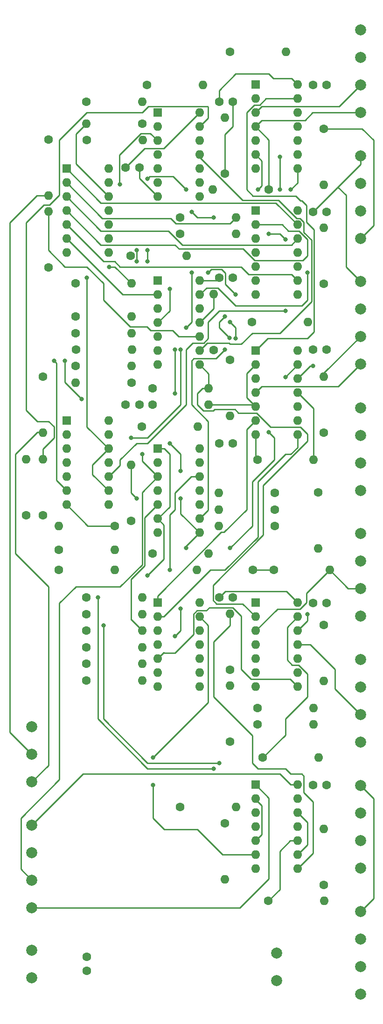
<source format=gbr>
%TF.GenerationSoftware,KiCad,Pcbnew,(6.0.8)*%
%TF.CreationDate,2022-11-05T23:26:06+09:00*%
%TF.ProjectId,CIRCUITOS,43495243-5549-4544-9f53-2e6b69636164,rev?*%
%TF.SameCoordinates,Original*%
%TF.FileFunction,Copper,L2,Bot*%
%TF.FilePolarity,Positive*%
%FSLAX46Y46*%
G04 Gerber Fmt 4.6, Leading zero omitted, Abs format (unit mm)*
G04 Created by KiCad (PCBNEW (6.0.8)) date 2022-11-05 23:26:06*
%MOMM*%
%LPD*%
G01*
G04 APERTURE LIST*
%TA.AperFunction,ComponentPad*%
%ADD10C,1.600000*%
%TD*%
%TA.AperFunction,ComponentPad*%
%ADD11O,1.600000X1.600000*%
%TD*%
%TA.AperFunction,ComponentPad*%
%ADD12R,1.600000X1.600000*%
%TD*%
%TA.AperFunction,ComponentPad*%
%ADD13C,2.000000*%
%TD*%
%TA.AperFunction,ViaPad*%
%ADD14C,0.800000*%
%TD*%
%TA.AperFunction,Conductor*%
%ADD15C,0.250000*%
%TD*%
G04 APERTURE END LIST*
D10*
%TO.P,R90,1*%
%TO.N,GND*%
X129920000Y-113000000D03*
D11*
%TO.P,R90,2*%
%TO.N,XO_B_in_A*%
X140080000Y-113000000D03*
%TD*%
D10*
%TO.P,R89,1*%
%TO.N,GND*%
X117920000Y-127000000D03*
D11*
%TO.P,R89,2*%
%TO.N,XO_B_in_B*%
X128080000Y-127000000D03*
%TD*%
D10*
%TO.P,R87,1*%
%TO.N,GND*%
X152080000Y-102000000D03*
D11*
%TO.P,R87,2*%
%TO.N,XO_A_in_B*%
X141920000Y-102000000D03*
%TD*%
D10*
%TO.P,R86,1*%
%TO.N,GND*%
X112920000Y-116000000D03*
D11*
%TO.P,R86,2*%
%TO.N,XO_A_in_A*%
X123080000Y-116000000D03*
%TD*%
D10*
%TO.P,R85,1*%
%TO.N,GND*%
X152080000Y-108000000D03*
D11*
%TO.P,R85,2*%
%TO.N,RX_MJ1*%
X141920000Y-108000000D03*
%TD*%
D10*
%TO.P,R84,1*%
%TO.N,GND*%
X152080000Y-105000000D03*
D11*
%TO.P,R84,2*%
%TO.N,RX_MJ0*%
X141920000Y-105000000D03*
%TD*%
D10*
%TO.P,R83,1*%
%TO.N,GND*%
X117840000Y-136000000D03*
D11*
%TO.P,R83,2*%
%TO.N,XO_C_in_A*%
X128000000Y-136000000D03*
%TD*%
D10*
%TO.P,R82,1*%
%TO.N,GND*%
X144000000Y-147080000D03*
D11*
%TO.P,R82,2*%
%TO.N,XO_C_in_B*%
X144000000Y-136920000D03*
%TD*%
D10*
%TO.P,R81,1*%
%TO.N,GND*%
X117920000Y-130000000D03*
D11*
%TO.P,R81,2*%
%TO.N,RX_MJ4*%
X128080000Y-130000000D03*
%TD*%
D10*
%TO.P,R80,1*%
%TO.N,GND*%
X117920000Y-133000000D03*
D11*
%TO.P,R80,2*%
%TO.N,RX_MJ5*%
X128080000Y-133000000D03*
%TD*%
D10*
%TO.P,R79,1*%
%TO.N,GND*%
X117840000Y-124000000D03*
D11*
%TO.P,R79,2*%
%TO.N,RX_MJ3*%
X128000000Y-124000000D03*
%TD*%
D10*
%TO.P,R78,1*%
%TO.N,GND*%
X117920000Y-121000000D03*
D11*
%TO.P,R78,2*%
%TO.N,RX_MJ2*%
X128080000Y-121000000D03*
%TD*%
D10*
%TO.P,R77,1*%
%TO.N,GND*%
X148080000Y-116000000D03*
D11*
%TO.P,R77,2*%
%TO.N,RX_MJ6*%
X137920000Y-116000000D03*
%TD*%
D10*
%TO.P,R76,1*%
%TO.N,GND*%
X144000000Y-134080000D03*
D11*
%TO.P,R76,2*%
%TO.N,RX_MJ7*%
X144000000Y-123920000D03*
%TD*%
D10*
%TO.P,R69,1*%
%TO.N,GND*%
X123080000Y-108000000D03*
D11*
%TO.P,R69,2*%
%TO.N,AND_J_out*%
X112920000Y-108000000D03*
%TD*%
D10*
%TO.P,R67,1*%
%TO.N,GND*%
X118000000Y-38000000D03*
D11*
%TO.P,R67,2*%
%TO.N,XO_I_in_A*%
X128160000Y-38000000D03*
%TD*%
D10*
%TO.P,R64,1*%
%TO.N,GND*%
X117920000Y-31000000D03*
D11*
%TO.P,R64,2*%
%TO.N,XO_H_in_A*%
X128080000Y-31000000D03*
%TD*%
D10*
%TO.P,R62,1*%
%TO.N,GND*%
X128920000Y-28000000D03*
D11*
%TO.P,R62,2*%
%TO.N,XO_J_in_B*%
X139080000Y-28000000D03*
%TD*%
D10*
%TO.P,R61,1*%
%TO.N,GND*%
X126080000Y-82000000D03*
D11*
%TO.P,R61,2*%
%TO.N,A*%
X115920000Y-82000000D03*
%TD*%
D10*
%TO.P,R60,1*%
%TO.N,GND*%
X111000000Y-37920000D03*
D11*
%TO.P,R60,2*%
%TO.N,AND_C_in_B*%
X111000000Y-48080000D03*
%TD*%
D10*
%TO.P,R59,1*%
%TO.N,GND*%
X110000000Y-80920000D03*
D11*
%TO.P,R59,2*%
%TO.N,AND_D_in_B*%
X110000000Y-91080000D03*
%TD*%
D10*
%TO.P,R54,1*%
%TO.N,GND*%
X110000000Y-106080000D03*
D11*
%TO.P,R54,2*%
%TO.N,AND_I_out*%
X110000000Y-95920000D03*
%TD*%
D10*
%TO.P,R53,1*%
%TO.N,GND*%
X107000000Y-106080000D03*
D11*
%TO.P,R53,2*%
%TO.N,AND_D_out*%
X107000000Y-95920000D03*
%TD*%
D10*
%TO.P,R52,1*%
%TO.N,GND*%
X128080000Y-35000000D03*
D11*
%TO.P,R52,2*%
%TO.N,AND_K_in_B*%
X117920000Y-35000000D03*
%TD*%
D10*
%TO.P,R49,1*%
%TO.N,GND*%
X115920000Y-64000000D03*
D11*
%TO.P,R49,2*%
%TO.N,AND_E_in_A*%
X126080000Y-64000000D03*
%TD*%
D10*
%TO.P,R48,1*%
%TO.N,GND*%
X125920000Y-59000000D03*
D11*
%TO.P,R48,2*%
%TO.N,AND_C_out*%
X136080000Y-59000000D03*
%TD*%
D10*
%TO.P,R46,1*%
%TO.N,GND*%
X115920000Y-73000000D03*
D11*
%TO.P,R46,2*%
%TO.N,AND_F_in_A*%
X126080000Y-73000000D03*
%TD*%
D10*
%TO.P,R45,1*%
%TO.N,GND*%
X116000000Y-76000000D03*
D11*
%TO.P,R45,2*%
%TO.N,AND_B_in_B*%
X126160000Y-76000000D03*
%TD*%
D10*
%TO.P,R44,1*%
%TO.N,GND*%
X115920000Y-79000000D03*
D11*
%TO.P,R44,2*%
%TO.N,AND_H_in_B*%
X126080000Y-79000000D03*
%TD*%
D10*
%TO.P,R43,1*%
%TO.N,GND*%
X111000000Y-61080000D03*
D11*
%TO.P,R43,2*%
%TO.N,AND_A_in_B*%
X111000000Y-50920000D03*
%TD*%
D10*
%TO.P,R41,1*%
%TO.N,GND*%
X134920000Y-52000000D03*
D11*
%TO.P,R41,2*%
%TO.N,AND_A_in_A*%
X145080000Y-52000000D03*
%TD*%
D10*
%TO.P,R38,1*%
%TO.N,GND*%
X134920000Y-55000000D03*
D11*
%TO.P,R38,2*%
%TO.N,AND_A_out*%
X145080000Y-55000000D03*
%TD*%
D10*
%TO.P,R34,1*%
%TO.N,GND*%
X134920000Y-159000000D03*
D11*
%TO.P,R34,2*%
%TO.N,J6_RX*%
X145080000Y-159000000D03*
%TD*%
D10*
%TO.P,R33,1*%
%TO.N,GND*%
X112920000Y-112320000D03*
D11*
%TO.P,R33,2*%
%TO.N,AND_M_out*%
X123080000Y-112320000D03*
%TD*%
D10*
%TO.P,R31,1*%
%TO.N,GND*%
X161000000Y-173080000D03*
D11*
%TO.P,R31,2*%
%TO.N,J7_RX*%
X161000000Y-162920000D03*
%TD*%
D10*
%TO.P,R30,1*%
%TO.N,J6_TX*%
X143000000Y-161920000D03*
D11*
%TO.P,R30,2*%
%TO.N,GND*%
X143000000Y-172080000D03*
%TD*%
D10*
%TO.P,R27,1*%
%TO.N,J7_TX*%
X150920000Y-176000000D03*
D11*
%TO.P,R27,2*%
%TO.N,GND*%
X161080000Y-176000000D03*
%TD*%
D10*
%TO.P,R26,1*%
%TO.N,GND*%
X151920000Y-116000000D03*
D11*
%TO.P,R26,2*%
%TO.N,J4_RX*%
X162080000Y-116000000D03*
%TD*%
D10*
%TO.P,R25,1*%
%TO.N,GND*%
X129920000Y-83000000D03*
D11*
%TO.P,R25,2*%
%TO.N,AND_H_out*%
X140080000Y-83000000D03*
%TD*%
D10*
%TO.P,R24,1*%
%TO.N,GND*%
X126000000Y-107080000D03*
D11*
%TO.P,R24,2*%
%TO.N,AND_K_out*%
X126000000Y-96920000D03*
%TD*%
D10*
%TO.P,R23,1*%
%TO.N,GND*%
X148920000Y-144000000D03*
D11*
%TO.P,R23,2*%
%TO.N,J5_RX*%
X159080000Y-144000000D03*
%TD*%
D10*
%TO.P,R22,1*%
%TO.N,J4_TX*%
X161000000Y-125920000D03*
D11*
%TO.P,R22,2*%
%TO.N,GND*%
X161000000Y-136080000D03*
%TD*%
D10*
%TO.P,R19,1*%
%TO.N,J5_TX*%
X148920000Y-141000000D03*
D11*
%TO.P,R19,2*%
%TO.N,GND*%
X159080000Y-141000000D03*
%TD*%
D10*
%TO.P,R18,1*%
%TO.N,GND*%
X161000000Y-91080000D03*
D11*
%TO.P,R18,2*%
%TO.N,J2_RX*%
X161000000Y-80920000D03*
%TD*%
D10*
%TO.P,R17,1*%
%TO.N,GND*%
X129920000Y-86000000D03*
D11*
%TO.P,R17,2*%
%TO.N,AND_F_out*%
X140080000Y-86000000D03*
%TD*%
D10*
%TO.P,R16,1*%
%TO.N,GND*%
X141000000Y-76080000D03*
D11*
%TO.P,R16,2*%
%TO.N,AND_G_out*%
X141000000Y-65920000D03*
%TD*%
D10*
%TO.P,R15,1*%
%TO.N,GND*%
X148920000Y-96000000D03*
D11*
%TO.P,R15,2*%
%TO.N,J3_RX*%
X159080000Y-96000000D03*
%TD*%
D10*
%TO.P,R14,1*%
%TO.N,J2_TX*%
X144000000Y-77840000D03*
D11*
%TO.P,R14,2*%
%TO.N,GND*%
X144000000Y-88000000D03*
%TD*%
D10*
%TO.P,R11,1*%
%TO.N,J3_TX*%
X160000000Y-101920000D03*
D11*
%TO.P,R11,2*%
%TO.N,GND*%
X160000000Y-112080000D03*
%TD*%
D10*
%TO.P,R10,1*%
%TO.N,GND*%
X143000000Y-44080000D03*
D11*
%TO.P,R10,2*%
%TO.N,J0_RX*%
X143000000Y-33920000D03*
%TD*%
D10*
%TO.P,R9,1*%
%TO.N,GND*%
X143920000Y-22000000D03*
D11*
%TO.P,R9,2*%
%TO.N,AND_B_out*%
X154080000Y-22000000D03*
%TD*%
D10*
%TO.P,R8,1*%
%TO.N,GND*%
X115920000Y-70000000D03*
D11*
%TO.P,R8,2*%
%TO.N,AND_E_out*%
X126080000Y-70000000D03*
%TD*%
D10*
%TO.P,R7,1*%
%TO.N,GND*%
X161000000Y-64080000D03*
D11*
%TO.P,R7,2*%
%TO.N,J1_RX*%
X161000000Y-53920000D03*
%TD*%
D10*
%TO.P,R6,1*%
%TO.N,J0_TX*%
X151000000Y-47000000D03*
D11*
%TO.P,R6,2*%
%TO.N,GND*%
X140840000Y-47000000D03*
%TD*%
D10*
%TO.P,R3,1*%
%TO.N,J1_TX*%
X161000000Y-35920000D03*
D11*
%TO.P,R3,2*%
%TO.N,GND*%
X161000000Y-46080000D03*
%TD*%
D10*
%TO.P,R2,1*%
%TO.N,To_RX*%
X127920000Y-90000000D03*
D11*
%TO.P,R2,2*%
%TO.N,GND*%
X138080000Y-90000000D03*
%TD*%
D10*
%TO.P,R1,1*%
%TO.N,TX_master*%
X149920000Y-150000000D03*
D11*
%TO.P,R1,2*%
%TO.N,GND*%
X160080000Y-150000000D03*
%TD*%
D10*
%TO.P,R58,1*%
%TO.N,GND*%
X147920000Y-71000000D03*
D11*
%TO.P,R58,2*%
%TO.N,AND_D_in_B*%
X158080000Y-71000000D03*
%TD*%
D12*
%TO.P,PXor3,1,1_Ia*%
%TO.N,XO_A_in_A*%
X130820000Y-93980000D03*
D11*
%TO.P,PXor3,2,1_Ib*%
%TO.N,XO_A_in_B*%
X130820000Y-96520000D03*
%TO.P,PXor3,3,1_O*%
%TO.N,To_RX*%
X130820000Y-99060000D03*
%TO.P,PXor3,4,2_Ia*%
%TO.N,XO_B_in_A*%
X130820000Y-101600000D03*
%TO.P,PXor3,5,2_Ib*%
%TO.N,XO_B_in_B*%
X130820000Y-104140000D03*
%TO.P,PXor3,6,2_O*%
%TO.N,XO_A_in_A*%
X130820000Y-106680000D03*
%TO.P,PXor3,7,GND*%
%TO.N,GND*%
X130820000Y-109220000D03*
%TO.P,PXor3,8,4_O*%
%TO.N,XO_B_in_A*%
X138440000Y-109220000D03*
%TO.P,PXor3,9,4_lb*%
%TO.N,RX_MJ1*%
X138440000Y-106680000D03*
%TO.P,PXor3,10,4_Ia*%
%TO.N,RX_MJ0*%
X138440000Y-104140000D03*
%TO.P,PXor3,11,3_O*%
%TO.N,XO_A_in_B*%
X138440000Y-101600000D03*
%TO.P,PXor3,12,3_lb*%
%TO.N,XO_C_in_B*%
X138440000Y-99060000D03*
%TO.P,PXor3,13,3_Ia*%
%TO.N,XO_C_in_A*%
X138440000Y-96520000D03*
%TO.P,PXor3,14,VCC*%
%TO.N,VCC_SERIAL*%
X138440000Y-93980000D03*
%TD*%
D12*
%TO.P,PXor2,1,1_Ia*%
%TO.N,RX_MJ2*%
X130820000Y-121920000D03*
D11*
%TO.P,PXor2,2,1_Ib*%
%TO.N,RX_MJ3*%
X130820000Y-124460000D03*
%TO.P,PXor2,3,1_O*%
%TO.N,XO_B_in_B*%
X130820000Y-127000000D03*
%TO.P,PXor2,4,2_Ia*%
%TO.N,RX_MJ4*%
X130820000Y-129540000D03*
%TO.P,PXor2,5,2_Ib*%
%TO.N,RX_MJ5*%
X130820000Y-132080000D03*
%TO.P,PXor2,6,2_O*%
%TO.N,XO_C_in_A*%
X130820000Y-134620000D03*
%TO.P,PXor2,7,GND*%
%TO.N,GND*%
X130820000Y-137160000D03*
%TO.P,PXor2,8,4_O*%
%TO.N,unconnected-(PXor2-Pad8)*%
X138440000Y-137160000D03*
%TO.P,PXor2,9,4_lb*%
%TO.N,unconnected-(PXor2-Pad9)*%
X138440000Y-134620000D03*
%TO.P,PXor2,10,4_Ia*%
%TO.N,unconnected-(PXor2-Pad10)*%
X138440000Y-132080000D03*
%TO.P,PXor2,11,3_O*%
%TO.N,XO_C_in_B*%
X138440000Y-129540000D03*
%TO.P,PXor2,12,3_lb*%
%TO.N,RX_MJ7*%
X138440000Y-127000000D03*
%TO.P,PXor2,13,3_Ia*%
%TO.N,RX_MJ6*%
X138440000Y-124460000D03*
%TO.P,PXor2,14,VCC*%
%TO.N,VCC_SERIAL*%
X138440000Y-121920000D03*
%TD*%
D12*
%TO.P,PXor1,1,1_Ia*%
%TO.N,XO_H_in_A*%
X130820000Y-33015000D03*
D11*
%TO.P,PXor1,2,1_Ib*%
%TO.N,AND_C_out*%
X130820000Y-35555000D03*
%TO.P,PXor1,3,1_O*%
%TO.N,AND_E_in_A*%
X130820000Y-38095000D03*
%TO.P,PXor1,4,2_Ia*%
%TO.N,XO_I_in_A*%
X130820000Y-40635000D03*
%TO.P,PXor1,5,2_Ib*%
%TO.N,AND_C_out*%
X130820000Y-43175000D03*
%TO.P,PXor1,6,2_O*%
%TO.N,AND_F_in_A*%
X130820000Y-45715000D03*
%TO.P,PXor1,7,GND*%
%TO.N,GND*%
X130820000Y-48255000D03*
%TO.P,PXor1,8,4_O*%
%TO.N,unconnected-(PXor1-Pad8)*%
X138440000Y-48255000D03*
%TO.P,PXor1,9,4_lb*%
%TO.N,unconnected-(PXor1-Pad9)*%
X138440000Y-45715000D03*
%TO.P,PXor1,10,4_Ia*%
%TO.N,unconnected-(PXor1-Pad10)*%
X138440000Y-43175000D03*
%TO.P,PXor1,11,3_O*%
%TO.N,AND_H_in_B*%
X138440000Y-40635000D03*
%TO.P,PXor1,12,3_lb*%
%TO.N,XO_J_in_B*%
X138440000Y-38095000D03*
%TO.P,PXor1,13,3_Ia*%
%TO.N,AND_I_out*%
X138440000Y-35555000D03*
%TO.P,PXor1,14,VCC*%
%TO.N,VCC_SERIAL*%
X138440000Y-33015000D03*
%TD*%
%TO.P,PAND7,14,VCC*%
%TO.N,VCC_SERIAL*%
X156220000Y-154935000D03*
%TO.P,PAND7,13,3_Ia*%
%TO.N,TX_master*%
X156220000Y-157475000D03*
%TO.P,PAND7,12,3_lb*%
%TO.N,AND_J_out*%
X156220000Y-160015000D03*
%TO.P,PAND7,11,3_O*%
%TO.N,J7_RX*%
X156220000Y-162555000D03*
%TO.P,PAND7,10,4_Ia*%
%TO.N,J7_TX*%
X156220000Y-165095000D03*
%TO.P,PAND7,9,4_lb*%
%TO.N,AND_J_out*%
X156220000Y-167635000D03*
%TO.P,PAND7,8,4_O*%
%TO.N,RX_MJ7*%
X156220000Y-170175000D03*
%TO.P,PAND7,7,GND*%
%TO.N,GND*%
X148600000Y-170175000D03*
%TO.P,PAND7,6,2_O*%
%TO.N,RX_MJ6*%
X148600000Y-167635000D03*
%TO.P,PAND7,5,2_Ib*%
%TO.N,AND_M_out*%
X148600000Y-165095000D03*
%TO.P,PAND7,4,2_Ia*%
%TO.N,J6_TX*%
X148600000Y-162555000D03*
%TO.P,PAND7,3,1_O*%
%TO.N,J6_RX*%
X148600000Y-160015000D03*
%TO.P,PAND7,2,1_Ib*%
%TO.N,AND_M_out*%
X148600000Y-157475000D03*
D12*
%TO.P,PAND7,1,1_Ia*%
%TO.N,TX_master*%
X148600000Y-154935000D03*
%TD*%
D11*
%TO.P,PAND6,14,VCC*%
%TO.N,VCC_SERIAL*%
X156220000Y-121915000D03*
%TO.P,PAND6,13,3_Ia*%
%TO.N,TX_master*%
X156220000Y-124455000D03*
%TO.P,PAND6,12,3_lb*%
%TO.N,AND_K_out*%
X156220000Y-126995000D03*
%TO.P,PAND6,11,3_O*%
%TO.N,J5_RX*%
X156220000Y-129535000D03*
%TO.P,PAND6,10,4_Ia*%
%TO.N,J5_TX*%
X156220000Y-132075000D03*
%TO.P,PAND6,9,4_lb*%
%TO.N,AND_K_out*%
X156220000Y-134615000D03*
%TO.P,PAND6,8,4_O*%
%TO.N,RX_MJ5*%
X156220000Y-137155000D03*
%TO.P,PAND6,7,GND*%
%TO.N,GND*%
X148600000Y-137155000D03*
%TO.P,PAND6,6,2_O*%
%TO.N,RX_MJ4*%
X148600000Y-134615000D03*
%TO.P,PAND6,5,2_Ib*%
%TO.N,AND_H_out*%
X148600000Y-132075000D03*
%TO.P,PAND6,4,2_Ia*%
%TO.N,J4_TX*%
X148600000Y-129535000D03*
%TO.P,PAND6,3,1_O*%
%TO.N,J4_RX*%
X148600000Y-126995000D03*
%TO.P,PAND6,2,1_Ib*%
%TO.N,AND_H_out*%
X148600000Y-124455000D03*
D12*
%TO.P,PAND6,1,1_Ia*%
%TO.N,TX_master*%
X148600000Y-121915000D03*
%TD*%
D11*
%TO.P,PAND5,14,VCC*%
%TO.N,VCC_SERIAL*%
X156220000Y-76200000D03*
%TO.P,PAND5,13,3_Ia*%
%TO.N,TX_master*%
X156220000Y-78740000D03*
%TO.P,PAND5,12,3_lb*%
%TO.N,AND_G_out*%
X156220000Y-81280000D03*
%TO.P,PAND5,11,3_O*%
%TO.N,J3_RX*%
X156220000Y-83820000D03*
%TO.P,PAND5,10,4_Ia*%
%TO.N,J3_TX*%
X156220000Y-86360000D03*
%TO.P,PAND5,9,4_lb*%
%TO.N,AND_G_out*%
X156220000Y-88900000D03*
%TO.P,PAND5,8,4_O*%
%TO.N,RX_MJ3*%
X156220000Y-91440000D03*
%TO.P,PAND5,7,GND*%
%TO.N,GND*%
X148600000Y-91440000D03*
%TO.P,PAND5,6,2_O*%
%TO.N,RX_MJ2*%
X148600000Y-88900000D03*
%TO.P,PAND5,5,2_Ib*%
%TO.N,AND_F_out*%
X148600000Y-86360000D03*
%TO.P,PAND5,4,2_Ia*%
%TO.N,J2_TX*%
X148600000Y-83820000D03*
%TO.P,PAND5,3,1_O*%
%TO.N,J2_RX*%
X148600000Y-81280000D03*
%TO.P,PAND5,2,1_Ib*%
%TO.N,AND_F_out*%
X148600000Y-78740000D03*
D12*
%TO.P,PAND5,1,1_Ia*%
%TO.N,TX_master*%
X148600000Y-76200000D03*
%TD*%
%TO.P,PAND4,1,1_Ia*%
%TO.N,TX_master*%
X148600000Y-27935000D03*
D11*
%TO.P,PAND4,2,1_Ib*%
%TO.N,AND_B_out*%
X148600000Y-30475000D03*
%TO.P,PAND4,3,1_O*%
%TO.N,J0_RX*%
X148600000Y-33015000D03*
%TO.P,PAND4,4,2_Ia*%
%TO.N,J0_TX*%
X148600000Y-35555000D03*
%TO.P,PAND4,5,2_Ib*%
%TO.N,AND_B_out*%
X148600000Y-38095000D03*
%TO.P,PAND4,6,2_O*%
%TO.N,RX_MJ0*%
X148600000Y-40635000D03*
%TO.P,PAND4,7,GND*%
%TO.N,GND*%
X148600000Y-43175000D03*
%TO.P,PAND4,8,4_O*%
%TO.N,RX_MJ1*%
X156220000Y-43175000D03*
%TO.P,PAND4,9,4_lb*%
%TO.N,AND_E_out*%
X156220000Y-40635000D03*
%TO.P,PAND4,10,4_Ia*%
%TO.N,J1_TX*%
X156220000Y-38095000D03*
%TO.P,PAND4,11,3_O*%
%TO.N,J1_RX*%
X156220000Y-35555000D03*
%TO.P,PAND4,12,3_lb*%
%TO.N,AND_E_out*%
X156220000Y-33015000D03*
%TO.P,PAND4,13,3_Ia*%
%TO.N,TX_master*%
X156220000Y-30475000D03*
%TO.P,PAND4,14,VCC*%
%TO.N,VCC_SERIAL*%
X156220000Y-27935000D03*
%TD*%
D12*
%TO.P,PAND3,1,1_Ia*%
%TO.N,A*%
X114300000Y-88895000D03*
D11*
%TO.P,PAND3,2,1_Ib*%
%TO.N,AND_D_in_B*%
X114300000Y-91435000D03*
%TO.P,PAND3,3,1_O*%
%TO.N,AND_I_out*%
X114300000Y-93975000D03*
%TO.P,PAND3,4,2_Ia*%
X114300000Y-96515000D03*
%TO.P,PAND3,5,2_Ib*%
%TO.N,AND_D_out*%
X114300000Y-99055000D03*
%TO.P,PAND3,6,2_O*%
%TO.N,AND_J_out*%
X114300000Y-101595000D03*
%TO.P,PAND3,7,GND*%
%TO.N,GND*%
X114300000Y-104135000D03*
%TO.P,PAND3,8,4_O*%
%TO.N,AND_M_out*%
X121920000Y-104135000D03*
%TO.P,PAND3,9,4_lb*%
%TO.N,AND_K_in_B*%
X121920000Y-101595000D03*
%TO.P,PAND3,10,4_Ia*%
%TO.N,AND_D_out*%
X121920000Y-99055000D03*
%TO.P,PAND3,11,3_O*%
%TO.N,AND_K_out*%
X121920000Y-96515000D03*
%TO.P,PAND3,12,3_lb*%
%TO.N,AND_K_in_B*%
X121920000Y-93975000D03*
%TO.P,PAND3,13,3_Ia*%
%TO.N,AND_I_out*%
X121920000Y-91435000D03*
%TO.P,PAND3,14,VCC*%
%TO.N,VCC_SERIAL*%
X121920000Y-88895000D03*
%TD*%
D12*
%TO.P,PAND2,1,1_Ia*%
%TO.N,AND_E_in_A*%
X130820000Y-63500000D03*
D11*
%TO.P,PAND2,2,1_Ib*%
%TO.N,AND_B_in_B*%
X130820000Y-66040000D03*
%TO.P,PAND2,3,1_O*%
%TO.N,AND_E_out*%
X130820000Y-68580000D03*
%TO.P,PAND2,4,2_Ia*%
%TO.N,AND_F_in_A*%
X130820000Y-71120000D03*
%TO.P,PAND2,5,2_Ib*%
%TO.N,AND_B_in_B*%
X130820000Y-73660000D03*
%TO.P,PAND2,6,2_O*%
%TO.N,AND_F_out*%
X130820000Y-76200000D03*
%TO.P,PAND2,7,GND*%
%TO.N,GND*%
X130820000Y-78740000D03*
%TO.P,PAND2,8,4_O*%
%TO.N,AND_H_out*%
X138440000Y-78740000D03*
%TO.P,PAND2,9,4_lb*%
%TO.N,AND_H_in_B*%
X138440000Y-76200000D03*
%TO.P,PAND2,10,4_Ia*%
%TO.N,AND_A_in_B*%
X138440000Y-73660000D03*
%TO.P,PAND2,11,3_O*%
%TO.N,AND_G_out*%
X138440000Y-71120000D03*
%TO.P,PAND2,12,3_lb*%
%TO.N,AND_B_in_B*%
X138440000Y-68580000D03*
%TO.P,PAND2,13,3_Ia*%
%TO.N,AND_C_out*%
X138440000Y-66040000D03*
%TO.P,PAND2,14,VCC*%
%TO.N,VCC_SERIAL*%
X138440000Y-63500000D03*
%TD*%
D12*
%TO.P,PAND1,1,1_Ia*%
%TO.N,AND_A_in_A*%
X148600000Y-50795000D03*
D11*
%TO.P,PAND1,2,1_Ib*%
%TO.N,AND_A_in_B*%
X148600000Y-53335000D03*
%TO.P,PAND1,3,1_O*%
%TO.N,AND_A_out*%
X148600000Y-55875000D03*
%TO.P,PAND1,4,2_Ia*%
X148600000Y-58415000D03*
%TO.P,PAND1,5,2_Ib*%
%TO.N,AND_B_in_B*%
X148600000Y-60955000D03*
%TO.P,PAND1,6,2_O*%
%TO.N,AND_B_out*%
X148600000Y-63495000D03*
%TO.P,PAND1,7,GND*%
%TO.N,GND*%
X148600000Y-66035000D03*
%TO.P,PAND1,8,4_O*%
%TO.N,AND_D_out*%
X156220000Y-66035000D03*
%TO.P,PAND1,9,4_lb*%
%TO.N,AND_D_in_B*%
X156220000Y-63495000D03*
%TO.P,PAND1,10,4_Ia*%
%TO.N,AND_C_in_B*%
X156220000Y-60955000D03*
%TO.P,PAND1,11,3_O*%
%TO.N,AND_C_out*%
X156220000Y-58415000D03*
%TO.P,PAND1,12,3_lb*%
%TO.N,AND_C_in_B*%
X156220000Y-55875000D03*
%TO.P,PAND1,13,3_Ia*%
%TO.N,A*%
X156220000Y-53335000D03*
%TO.P,PAND1,14,VCC*%
%TO.N,VCC_SERIAL*%
X156220000Y-50795000D03*
%TD*%
D13*
%TO.P,JSerial_R-P1,1,Pin_1*%
%TO.N,VCC_SERIAL*%
X108000000Y-162260000D03*
%TO.P,JSerial_R-P1,2,Pin_2*%
%TO.N,GND*%
X108000000Y-167260000D03*
%TO.P,JSerial_R-P1,3,Pin_3*%
%TO.N,To_RX*%
X108000000Y-172260000D03*
%TO.P,JSerial_R-P1,4,Pin_4*%
%TO.N,TX_master*%
X108000000Y-177260000D03*
%TD*%
%TO.P,JSelector1,1,Pin_1*%
%TO.N,A*%
X108000000Y-144440000D03*
%TO.P,JSelector1,2,Pin_2*%
%TO.N,AND_C_in_B*%
X108000000Y-149440000D03*
%TO.P,JSelector1,3,Pin_3*%
%TO.N,AND_D_in_B*%
X108000000Y-154440000D03*
%TD*%
%TO.P,JPower2,1,Pin_1*%
%TO.N,Net-(C1-Pad1)*%
X152400000Y-190500000D03*
%TO.P,JPower2,2,Pin_2*%
%TO.N,GND*%
X152400000Y-185500000D03*
%TD*%
%TO.P,JPower1,1,Pin_1*%
%TO.N,GND*%
X108000000Y-185000000D03*
%TO.P,JPower1,2,Pin_2*%
%TO.N,Net-(C1-Pad1)*%
X108000000Y-190000000D03*
%TD*%
%TO.P,J7,1,Pin_1*%
%TO.N,VCC_SERIAL*%
X167640000Y-177920000D03*
%TO.P,J7,2,Pin_2*%
%TO.N,GND*%
X167640000Y-182920000D03*
%TO.P,J7,3,Pin_3*%
%TO.N,J7_RX*%
X167640000Y-187920000D03*
%TO.P,J7,4,Pin_4*%
%TO.N,J7_TX*%
X167640000Y-192920000D03*
%TD*%
%TO.P,J6,1,Pin_1*%
%TO.N,VCC_SERIAL*%
X167640000Y-155100000D03*
%TO.P,J6,2,Pin_2*%
%TO.N,GND*%
X167640000Y-160100000D03*
%TO.P,J6,3,Pin_3*%
%TO.N,J6_RX*%
X167640000Y-165100000D03*
%TO.P,J6,4,Pin_4*%
%TO.N,J6_TX*%
X167640000Y-170100000D03*
%TD*%
%TO.P,J5,1,Pin_1*%
%TO.N,VCC_SERIAL*%
X167640000Y-132200000D03*
%TO.P,J5,2,Pin_2*%
%TO.N,GND*%
X167640000Y-137200000D03*
%TO.P,J5,3,Pin_3*%
%TO.N,J5_RX*%
X167640000Y-142200000D03*
%TO.P,J5,4,Pin_4*%
%TO.N,J5_TX*%
X167640000Y-147200000D03*
%TD*%
%TO.P,J4,1,Pin_1*%
%TO.N,VCC_SERIAL*%
X167640000Y-109340000D03*
%TO.P,J4,2,Pin_2*%
%TO.N,GND*%
X167640000Y-114340000D03*
%TO.P,J4,3,Pin_3*%
%TO.N,J4_RX*%
X167640000Y-119340000D03*
%TO.P,J4,4,Pin_4*%
%TO.N,J4_TX*%
X167640000Y-124340000D03*
%TD*%
%TO.P,J3,1,Pin_1*%
%TO.N,VCC_SERIAL*%
X167640000Y-86600000D03*
%TO.P,J3,2,Pin_2*%
%TO.N,GND*%
X167640000Y-91600000D03*
%TO.P,J3,3,Pin_3*%
%TO.N,J3_RX*%
X167640000Y-96600000D03*
%TO.P,J3,4,Pin_4*%
%TO.N,J3_TX*%
X167640000Y-101600000D03*
%TD*%
%TO.P,J2,1,Pin_1*%
%TO.N,VCC_SERIAL*%
X167640000Y-63620000D03*
%TO.P,J2,2,Pin_2*%
%TO.N,GND*%
X167640000Y-68620000D03*
%TO.P,J2,3,Pin_3*%
%TO.N,J2_RX*%
X167640000Y-73620000D03*
%TO.P,J2,4,Pin_4*%
%TO.N,J2_TX*%
X167640000Y-78620000D03*
%TD*%
%TO.P,J1,1,Pin_1*%
%TO.N,VCC_SERIAL*%
X167640000Y-40880000D03*
%TO.P,J1,2,Pin_2*%
%TO.N,GND*%
X167640000Y-45880000D03*
%TO.P,J1,3,Pin_3*%
%TO.N,J1_RX*%
X167640000Y-50880000D03*
%TO.P,J1,4,Pin_4*%
%TO.N,J1_TX*%
X167640000Y-55880000D03*
%TD*%
%TO.P,J0,1,Pin_1*%
%TO.N,VCC_SERIAL*%
X167640000Y-18020000D03*
%TO.P,J0,2,Pin_2*%
%TO.N,GND*%
X167640000Y-23020000D03*
%TO.P,J0,3,Pin_3*%
%TO.N,J0_RX*%
X167640000Y-28020000D03*
%TO.P,J0,4,Pin_4*%
%TO.N,J0_TX*%
X167640000Y-33020000D03*
%TD*%
D12*
%TO.P,INOT1,1,1_I*%
%TO.N,A*%
X114300000Y-43175000D03*
D11*
%TO.P,INOT1,2,1_O*%
%TO.N,AND_A_in_A*%
X114300000Y-45715000D03*
%TO.P,INOT1,3,2_I*%
%TO.N,AND_C_in_B*%
X114300000Y-48255000D03*
%TO.P,INOT1,4,2_O*%
%TO.N,AND_A_in_B*%
X114300000Y-50795000D03*
%TO.P,INOT1,5,3_I*%
%TO.N,AND_D_in_B*%
X114300000Y-53335000D03*
%TO.P,INOT1,6,3_O*%
%TO.N,AND_B_in_B*%
X114300000Y-55875000D03*
%TO.P,INOT1,7,GND*%
%TO.N,GND*%
X114300000Y-58415000D03*
%TO.P,INOT1,8,4_O*%
%TO.N,unconnected-(INOT1-Pad8)*%
X121920000Y-58415000D03*
%TO.P,INOT1,9,4_l*%
%TO.N,unconnected-(INOT1-Pad9)*%
X121920000Y-55875000D03*
%TO.P,INOT1,10,5_O*%
%TO.N,unconnected-(INOT1-Pad10)*%
X121920000Y-53335000D03*
%TO.P,INOT1,11,5_I*%
%TO.N,unconnected-(INOT1-Pad11)*%
X121920000Y-50795000D03*
%TO.P,INOT1,12,6_O*%
%TO.N,AND_K_in_B*%
X121920000Y-48255000D03*
%TO.P,INOT1,13,6_I*%
%TO.N,AND_J_out*%
X121920000Y-45715000D03*
%TO.P,INOT1,14,VCC*%
%TO.N,VCC_SERIAL*%
X121920000Y-43175000D03*
%TD*%
D10*
%TO.P,C12,1*%
%TO.N,VCC_SERIAL*%
X159000000Y-122000000D03*
%TO.P,C12,2*%
%TO.N,GND*%
X161500000Y-122000000D03*
%TD*%
%TO.P,C11,1*%
%TO.N,VCC_SERIAL*%
X125000000Y-43000000D03*
%TO.P,C11,2*%
%TO.N,GND*%
X127500000Y-43000000D03*
%TD*%
%TO.P,C10,1*%
%TO.N,VCC_SERIAL*%
X159000000Y-51000000D03*
%TO.P,C10,2*%
%TO.N,GND*%
X161500000Y-51000000D03*
%TD*%
%TO.P,C9,1*%
%TO.N,VCC_SERIAL*%
X142000000Y-93000000D03*
%TO.P,C9,2*%
%TO.N,GND*%
X144500000Y-93000000D03*
%TD*%
%TO.P,C8,1*%
%TO.N,VCC_SERIAL*%
X142000000Y-121000000D03*
%TO.P,C8,2*%
%TO.N,GND*%
X144500000Y-121000000D03*
%TD*%
%TO.P,C7,1*%
%TO.N,VCC_SERIAL*%
X125000000Y-86000000D03*
%TO.P,C7,2*%
%TO.N,GND*%
X127500000Y-86000000D03*
%TD*%
%TO.P,C6,1*%
%TO.N,VCC_SERIAL*%
X159000000Y-76000000D03*
%TO.P,C6,2*%
%TO.N,GND*%
X161500000Y-76000000D03*
%TD*%
%TO.P,C5,1*%
%TO.N,VCC_SERIAL*%
X159000000Y-155000000D03*
%TO.P,C5,2*%
%TO.N,GND*%
X161500000Y-155000000D03*
%TD*%
%TO.P,C4,1*%
%TO.N,VCC_SERIAL*%
X142000000Y-31000000D03*
%TO.P,C4,2*%
%TO.N,GND*%
X144500000Y-31000000D03*
%TD*%
%TO.P,C3,1*%
%TO.N,VCC_SERIAL*%
X142000000Y-63000000D03*
%TO.P,C3,2*%
%TO.N,GND*%
X144500000Y-63000000D03*
%TD*%
%TO.P,C2,1*%
%TO.N,VCC_SERIAL*%
X159000000Y-28000000D03*
%TO.P,C2,2*%
%TO.N,GND*%
X161500000Y-28000000D03*
%TD*%
%TO.P,C1,1*%
%TO.N,Net-(C1-Pad1)*%
X118000000Y-188660000D03*
%TO.P,C1,2*%
%TO.N,GND*%
X118000000Y-186160000D03*
%TD*%
D14*
%TO.N,RX_MJ0*%
X135000000Y-98000000D03*
X133000000Y-93000000D03*
X126000000Y-92000000D03*
X135000000Y-76000000D03*
X136000000Y-72000000D03*
X137000000Y-62000000D03*
X149000000Y-47000000D03*
%TO.N,RX_MJ1*%
X155000000Y-47000000D03*
X140000000Y-62000000D03*
X145000000Y-66000000D03*
X143000000Y-70000000D03*
X143858198Y-73858198D03*
X143000000Y-76000000D03*
%TO.N,AND_G_out*%
X159000000Y-79000000D03*
X145000000Y-74000000D03*
X144000000Y-71000000D03*
%TO.N,XO_C_in_B*%
X133000000Y-116000000D03*
X135000000Y-123000000D03*
X134000000Y-128000000D03*
%TO.N,XO_B_in_A*%
X135000000Y-103000000D03*
X136000000Y-112000000D03*
%TO.N,TX_master*%
X154000000Y-81000000D03*
X151000000Y-91000000D03*
X144000000Y-112000000D03*
%TO.N,AND_K_out*%
X158000000Y-124000000D03*
X127000000Y-103000000D03*
%TO.N,To_RX*%
X128000000Y-95000000D03*
%TO.N,AND_F_out*%
X134000000Y-84000000D03*
X134000000Y-76000000D03*
%TO.N,AND_B_out*%
X154000000Y-56000000D03*
X151000000Y-55000000D03*
X153000000Y-47000000D03*
X153000000Y-41000000D03*
%TO.N,AND_E_out*%
X127000000Y-60000000D03*
X127000000Y-58000000D03*
X129000000Y-45000000D03*
X136000000Y-47000000D03*
%TO.N,AND_F_in_A*%
X133000000Y-65000000D03*
X129000000Y-60000000D03*
X129000000Y-58000000D03*
%TO.N,AND_D_in_B*%
X117045000Y-84955000D03*
X114000000Y-78000000D03*
%TO.N,AND_D_out*%
X154000000Y-69000000D03*
%TO.N,AND_K_in_B*%
X118000000Y-63000000D03*
%TO.N,AND_C_out*%
X141000000Y-52000000D03*
X137000000Y-51000000D03*
%TO.N,AND_E_in_A*%
X122000000Y-61000000D03*
X124000000Y-46000000D03*
%TO.N,AND_J_out*%
X121000000Y-126000000D03*
X142000000Y-151000000D03*
%TO.N,AND_M_out*%
X120000000Y-121000000D03*
X141000000Y-152000000D03*
%TO.N,XO_A_in_A*%
X129000000Y-117000000D03*
%TO.N,AND_J_out*%
X112000000Y-78000000D03*
%TO.N,RX_MJ6*%
X130000000Y-150000000D03*
X130000000Y-155000000D03*
%TO.N,AND_C_out*%
X158000000Y-62000000D03*
%TD*%
D15*
%TO.N,RX_MJ0*%
X135000000Y-95000000D02*
X135000000Y-98000000D01*
X133000000Y-93000000D02*
X135000000Y-95000000D01*
X129000000Y-92000000D02*
X126000000Y-92000000D01*
X135000000Y-86000000D02*
X129000000Y-92000000D01*
X135000000Y-76000000D02*
X135000000Y-86000000D01*
X137000000Y-71000000D02*
X136000000Y-72000000D01*
X137000000Y-62000000D02*
X137000000Y-71000000D01*
%TO.N,VCC_SERIAL*%
X141500000Y-63500000D02*
X142000000Y-63000000D01*
X138440000Y-63500000D02*
X141500000Y-63500000D01*
%TO.N,RX_MJ0*%
X149725000Y-46275000D02*
X149000000Y-47000000D01*
X149725000Y-41760000D02*
X149725000Y-46275000D01*
X148600000Y-40635000D02*
X149725000Y-41760000D01*
%TO.N,RX_MJ1*%
X156220000Y-45780000D02*
X156220000Y-43175000D01*
X155000000Y-47000000D02*
X156220000Y-45780000D01*
X140550000Y-61450000D02*
X140000000Y-62000000D01*
X142450000Y-61450000D02*
X140550000Y-61450000D01*
X143125000Y-62125000D02*
X142450000Y-61450000D01*
X143125000Y-64125000D02*
X143125000Y-62125000D01*
X145000000Y-66000000D02*
X143125000Y-64125000D01*
%TO.N,AND_C_out*%
X145000000Y-68000000D02*
X141795000Y-64795000D01*
X157000000Y-68000000D02*
X145000000Y-68000000D01*
X158000000Y-67000000D02*
X157000000Y-68000000D01*
X141795000Y-64795000D02*
X139685000Y-64795000D01*
X139685000Y-64795000D02*
X138440000Y-66040000D01*
X158000000Y-62000000D02*
X158000000Y-67000000D01*
%TO.N,AND_D_out*%
X142000000Y-69000000D02*
X154000000Y-69000000D01*
X140000000Y-74000000D02*
X140000000Y-71000000D01*
X139215000Y-74785000D02*
X140000000Y-74000000D01*
X136000000Y-86000000D02*
X136000000Y-76000000D01*
X129000000Y-93000000D02*
X136000000Y-86000000D01*
X127000000Y-93000000D02*
X129000000Y-93000000D01*
X124000000Y-96975000D02*
X124000000Y-96000000D01*
X140000000Y-71000000D02*
X142000000Y-69000000D01*
X136000000Y-76000000D02*
X137215000Y-74785000D01*
X124000000Y-96000000D02*
X127000000Y-93000000D01*
X121920000Y-99055000D02*
X124000000Y-96975000D01*
X137215000Y-74785000D02*
X139215000Y-74785000D01*
%TO.N,RX_MJ1*%
X142000000Y-71000000D02*
X143000000Y-70000000D01*
X142000000Y-72000000D02*
X142000000Y-71000000D01*
X143858198Y-73858198D02*
X142000000Y-72000000D01*
X137385000Y-77615000D02*
X141385000Y-77615000D01*
X137000000Y-86000000D02*
X137000000Y-78000000D01*
X140000000Y-89000000D02*
X137000000Y-86000000D01*
X141385000Y-77615000D02*
X143000000Y-76000000D01*
X140000000Y-105120000D02*
X140000000Y-89000000D01*
X138440000Y-106680000D02*
X140000000Y-105120000D01*
X137000000Y-78000000D02*
X137385000Y-77615000D01*
%TO.N,AND_G_out*%
X158500000Y-79000000D02*
X156220000Y-81280000D01*
X159000000Y-79000000D02*
X158500000Y-79000000D01*
%TO.N,AND_H_in_B*%
X144000000Y-75000000D02*
X143820000Y-74820000D01*
X146000000Y-75000000D02*
X144000000Y-75000000D01*
X148000000Y-73000000D02*
X146000000Y-75000000D01*
X153000000Y-73000000D02*
X148000000Y-73000000D01*
X143820000Y-74820000D02*
X139820000Y-74820000D01*
%TO.N,AND_G_out*%
X145000000Y-73000000D02*
X145000000Y-74000000D01*
X145000000Y-72000000D02*
X145000000Y-73000000D01*
X144000000Y-71000000D02*
X145000000Y-72000000D01*
%TO.N,AND_H_in_B*%
X139820000Y-74820000D02*
X138440000Y-76200000D01*
X158755000Y-67245000D02*
X153000000Y-73000000D01*
X158755000Y-56118604D02*
X158755000Y-67245000D01*
X157345000Y-54708604D02*
X158755000Y-56118604D01*
X157345000Y-52869009D02*
X157345000Y-54708604D01*
X152764009Y-48930000D02*
X156044009Y-52210000D01*
X156044009Y-52210000D02*
X156685991Y-52210000D01*
X146259009Y-48930000D02*
X152764009Y-48930000D01*
X156685991Y-52210000D02*
X157345000Y-52869009D01*
X138440000Y-41110991D02*
X146259009Y-48930000D01*
X138440000Y-40635000D02*
X138440000Y-41110991D01*
%TO.N,AND_G_out*%
X141000000Y-68560000D02*
X141000000Y-65920000D01*
X138440000Y-71120000D02*
X141000000Y-68560000D01*
%TO.N,AND_A_in_B*%
X133535000Y-72535000D02*
X134660000Y-73660000D01*
X129535001Y-72535000D02*
X133535000Y-72535000D01*
X128875001Y-71875000D02*
X129535001Y-72535000D01*
X121000000Y-67000000D02*
X125875000Y-71875000D01*
X114000000Y-61000000D02*
X118000000Y-61000000D01*
X118000000Y-61000000D02*
X121000000Y-64000000D01*
X134660000Y-73660000D02*
X138440000Y-73660000D01*
X111000000Y-58000000D02*
X114000000Y-61000000D01*
X125875000Y-71875000D02*
X128875001Y-71875000D01*
X111000000Y-50920000D02*
X111000000Y-58000000D01*
X121000000Y-64000000D02*
X121000000Y-67000000D01*
%TO.N,XO_C_in_B*%
X136940000Y-99060000D02*
X138440000Y-99060000D01*
X134000000Y-102000000D02*
X136940000Y-99060000D01*
X134000000Y-105000000D02*
X134000000Y-102000000D01*
X133000000Y-116000000D02*
X133000000Y-106000000D01*
X133000000Y-106000000D02*
X134000000Y-105000000D01*
X135000000Y-127000000D02*
X135000000Y-123000000D01*
X134000000Y-128000000D02*
X135000000Y-127000000D01*
%TO.N,RX_MJ5*%
X154860000Y-135795000D02*
X156220000Y-137155000D01*
X147795000Y-135795000D02*
X154860000Y-135795000D01*
X146000000Y-134000000D02*
X147795000Y-135795000D01*
X146000000Y-124329009D02*
X146000000Y-134000000D01*
X144465991Y-122795000D02*
X146000000Y-124329009D01*
X140204999Y-122795000D02*
X144465991Y-122795000D01*
X139664999Y-123335000D02*
X140204999Y-122795000D01*
X132000000Y-131000000D02*
X134000000Y-131000000D01*
X134000000Y-131000000D02*
X137315000Y-127685000D01*
X137315000Y-123994009D02*
X137974009Y-123335000D01*
X137974009Y-123335000D02*
X139664999Y-123335000D01*
X131950000Y-130950000D02*
X132000000Y-131000000D01*
X130820000Y-132080000D02*
X131950000Y-130950000D01*
X137315000Y-127685000D02*
X137315000Y-123994009D01*
%TO.N,XO_B_in_A*%
X136000000Y-111660000D02*
X136000000Y-112000000D01*
X138440000Y-109220000D02*
X136000000Y-111660000D01*
X135000000Y-105780000D02*
X135000000Y-103000000D01*
X138440000Y-109220000D02*
X135000000Y-105780000D01*
%TO.N,TX_master*%
X154000000Y-80960000D02*
X156220000Y-78740000D01*
X154000000Y-81000000D02*
X154000000Y-80960000D01*
X152000000Y-92000000D02*
X151000000Y-91000000D01*
X152000000Y-96000000D02*
X152000000Y-92000000D01*
X144000000Y-112000000D02*
X148000000Y-108000000D01*
X148000000Y-108000000D02*
X148000000Y-100000000D01*
X148000000Y-100000000D02*
X152000000Y-96000000D01*
%TO.N,AND_K_out*%
X158000000Y-124000000D02*
X158000000Y-125215000D01*
X158000000Y-125215000D02*
X156220000Y-126995000D01*
%TO.N,GND*%
X148080000Y-116000000D02*
X151920000Y-116000000D01*
%TO.N,AND_K_out*%
X126000000Y-102000000D02*
X127000000Y-103000000D01*
X126000000Y-96920000D02*
X126000000Y-102000000D01*
%TO.N,AND_H_out*%
X140080000Y-80380000D02*
X138440000Y-78740000D01*
X140080000Y-83000000D02*
X140080000Y-80380000D01*
X140875000Y-87125000D02*
X139125000Y-87125000D01*
X141125000Y-86875000D02*
X140875000Y-87125000D01*
X145485000Y-87485000D02*
X144875000Y-86875000D01*
X139125000Y-87125000D02*
X138000000Y-86000000D01*
X148775991Y-87485000D02*
X145485000Y-87485000D01*
X151359188Y-90068197D02*
X148775991Y-87485000D01*
X144875000Y-86875000D02*
X141125000Y-86875000D01*
X156729188Y-90068197D02*
X151359188Y-90068197D01*
X158000000Y-91339009D02*
X156729188Y-90068197D01*
X138000000Y-84000000D02*
X139000000Y-83000000D01*
X158000000Y-92636396D02*
X158000000Y-91339009D01*
X150000000Y-109636396D02*
X150000000Y-100636396D01*
X141534009Y-122125000D02*
X140875000Y-121465991D01*
X139000000Y-83000000D02*
X140080000Y-83000000D01*
X140875000Y-121465991D02*
X140875000Y-118761396D01*
X146270000Y-122125000D02*
X141534009Y-122125000D01*
X140875000Y-118761396D02*
X150000000Y-109636396D01*
X150000000Y-100636396D02*
X158000000Y-92636396D01*
X138000000Y-86000000D02*
X138000000Y-84000000D01*
X148600000Y-124455000D02*
X146270000Y-122125000D01*
%TO.N,To_RX*%
X128000000Y-96240000D02*
X130820000Y-99060000D01*
X128000000Y-95000000D02*
X128000000Y-96240000D01*
%TO.N,AND_F_out*%
X134000000Y-76000000D02*
X134000000Y-84000000D01*
X147000000Y-80340000D02*
X148600000Y-78740000D01*
X148600000Y-86360000D02*
X147000000Y-84760000D01*
X147000000Y-84760000D02*
X147000000Y-80340000D01*
X148240000Y-86000000D02*
X148600000Y-86360000D01*
X140080000Y-86000000D02*
X148240000Y-86000000D01*
%TO.N,AND_B_out*%
X153000000Y-55000000D02*
X154000000Y-56000000D01*
X151000000Y-55000000D02*
X153000000Y-55000000D01*
%TO.N,AND_A_in_B*%
X153415000Y-53335000D02*
X154540000Y-54460000D01*
X148600000Y-53335000D02*
X153415000Y-53335000D01*
X156460000Y-54460000D02*
X154540000Y-54460000D01*
%TO.N,AND_B_out*%
X153000000Y-41000000D02*
X153000000Y-47000000D01*
%TO.N,GND*%
X148600000Y-95680000D02*
X148920000Y-96000000D01*
X148600000Y-91440000D02*
X148600000Y-95680000D01*
%TO.N,AND_E_out*%
X127045000Y-59955000D02*
X127000000Y-60000000D01*
X127045000Y-58045000D02*
X127045000Y-59955000D01*
X127000000Y-58000000D02*
X127045000Y-58045000D01*
X129410000Y-44590000D02*
X129000000Y-45000000D01*
X133590000Y-44590000D02*
X129410000Y-44590000D01*
X136000000Y-47000000D02*
X133590000Y-44590000D01*
%TO.N,AND_F_in_A*%
X133000000Y-68940000D02*
X133000000Y-65000000D01*
X130820000Y-71120000D02*
X133000000Y-68940000D01*
X129000000Y-58000000D02*
X129000000Y-60000000D01*
%TO.N,GND*%
X130820000Y-48255000D02*
X127500000Y-44935000D01*
X127500000Y-44935000D02*
X127500000Y-43000000D01*
%TO.N,XO_B_in_B*%
X128450000Y-115186396D02*
X128450000Y-106510000D01*
X128450000Y-106510000D02*
X130820000Y-104140000D01*
X126000000Y-117636396D02*
X128450000Y-115186396D01*
X126080000Y-125000000D02*
X126000000Y-125000000D01*
X128080000Y-127000000D02*
X126080000Y-125000000D01*
X126000000Y-125000000D02*
X126000000Y-117636396D01*
%TO.N,RX_MJ2*%
X147000000Y-105000000D02*
X147000000Y-90500000D01*
X142364009Y-109125000D02*
X142875000Y-109125000D01*
X142875000Y-109125000D02*
X147000000Y-105000000D01*
X147000000Y-90500000D02*
X148600000Y-88900000D01*
X130820000Y-120669009D02*
X142364009Y-109125000D01*
X130820000Y-121920000D02*
X130820000Y-120669009D01*
%TO.N,RX_MJ3*%
X156220000Y-93780000D02*
X156220000Y-91440000D01*
X155000000Y-95000000D02*
X156220000Y-93780000D01*
X154000000Y-95000000D02*
X155000000Y-95000000D01*
X149000000Y-100000000D02*
X154000000Y-95000000D01*
X143000000Y-116000000D02*
X149000000Y-110000000D01*
X149000000Y-110000000D02*
X149000000Y-100000000D01*
X140411370Y-116000000D02*
X143000000Y-116000000D01*
X131951370Y-124460000D02*
X140411370Y-116000000D01*
X130820000Y-124460000D02*
X131951370Y-124460000D01*
%TO.N,AND_D_in_B*%
X114000000Y-81910000D02*
X117045000Y-84955000D01*
X114000000Y-78000000D02*
X114000000Y-81910000D01*
%TO.N,AND_K_in_B*%
X119000000Y-98675000D02*
X121920000Y-101595000D01*
X119000000Y-96895000D02*
X119000000Y-98675000D01*
X121920000Y-93975000D02*
X119000000Y-96895000D01*
X118000000Y-90055000D02*
X121920000Y-93975000D01*
X118000000Y-63000000D02*
X118000000Y-90055000D01*
%TO.N,AND_C_out*%
X138000000Y-52000000D02*
X141000000Y-52000000D01*
X137000000Y-51000000D02*
X138000000Y-52000000D01*
%TO.N,AND_B_in_B*%
X124465000Y-66040000D02*
X114300000Y-55875000D01*
X130820000Y-66040000D02*
X124465000Y-66040000D01*
%TO.N,AND_E_in_A*%
X123080000Y-61000000D02*
X126080000Y-64000000D01*
X122000000Y-61000000D02*
X123080000Y-61000000D01*
%TO.N,AND_D_in_B*%
X123017500Y-60017500D02*
X120982500Y-60017500D01*
X114300000Y-53335000D02*
X120982500Y-60017500D01*
X124000000Y-61000000D02*
X123017500Y-60017500D01*
X124000000Y-61000000D02*
X146000000Y-61000000D01*
%TO.N,AND_E_in_A*%
X129509504Y-36784504D02*
X127784504Y-36784504D01*
X130820000Y-38095000D02*
X129509504Y-36784504D01*
X127784504Y-36784504D02*
X123875000Y-40694009D01*
X123875000Y-45875000D02*
X124000000Y-46000000D01*
X123875000Y-40694009D02*
X123875000Y-45875000D01*
%TO.N,AND_J_out*%
X121000000Y-143000000D02*
X121000000Y-126000000D01*
X129000000Y-151000000D02*
X121000000Y-143000000D01*
X142000000Y-151000000D02*
X129000000Y-151000000D01*
%TO.N,AND_M_out*%
X120000000Y-143000000D02*
X120000000Y-121000000D01*
X141000000Y-152000000D02*
X129000000Y-152000000D01*
X129000000Y-152000000D02*
X120000000Y-143000000D01*
%TO.N,XO_A_in_A*%
X131945000Y-114055000D02*
X129000000Y-117000000D01*
X131945000Y-107805000D02*
X131945000Y-114055000D01*
X130820000Y-106680000D02*
X131945000Y-107805000D01*
X131980000Y-93980000D02*
X130820000Y-93980000D01*
X133000000Y-104500000D02*
X133000000Y-95000000D01*
X130820000Y-106680000D02*
X133000000Y-104500000D01*
X133000000Y-95000000D02*
X131980000Y-93980000D01*
%TO.N,GND*%
X118165000Y-108000000D02*
X114300000Y-104135000D01*
X123080000Y-108000000D02*
X118165000Y-108000000D01*
%TO.N,AND_J_out*%
X112450000Y-78450000D02*
X112450000Y-99745000D01*
X112450000Y-99745000D02*
X114300000Y-101595000D01*
X112000000Y-78000000D02*
X112450000Y-78450000D01*
%TO.N,RX_MJ6*%
X140000000Y-140000000D02*
X140000000Y-126020000D01*
X130000000Y-150000000D02*
X140000000Y-140000000D01*
X140000000Y-126020000D02*
X138440000Y-124460000D01*
X130000000Y-161000000D02*
X130000000Y-155000000D01*
X132000000Y-163000000D02*
X130000000Y-161000000D01*
X138000000Y-163000000D02*
X132000000Y-163000000D01*
X142635000Y-167635000D02*
X138000000Y-163000000D01*
X148600000Y-167635000D02*
X142635000Y-167635000D01*
%TO.N,AND_J_out*%
X158000000Y-165855000D02*
X158000000Y-161795000D01*
X158000000Y-161795000D02*
X156220000Y-160015000D01*
X156220000Y-167635000D02*
X158000000Y-165855000D01*
%TO.N,RX_MJ7*%
X144000000Y-126000000D02*
X144000000Y-123920000D01*
X141000000Y-129000000D02*
X144000000Y-126000000D01*
X141000000Y-139000000D02*
X141000000Y-129000000D01*
X148000000Y-146000000D02*
X141000000Y-139000000D01*
X148000000Y-151000000D02*
X148000000Y-146000000D01*
X149000000Y-152000000D02*
X148000000Y-151000000D01*
X154000000Y-152000000D02*
X149000000Y-152000000D01*
X157000000Y-153000000D02*
X155000000Y-153000000D01*
X155000000Y-153000000D02*
X154000000Y-152000000D01*
X157345000Y-153345000D02*
X157000000Y-153000000D01*
X159000000Y-158000000D02*
X157345000Y-156345000D01*
X157345000Y-156345000D02*
X157345000Y-153345000D01*
X156220000Y-170175000D02*
X159000000Y-167395000D01*
X159000000Y-167395000D02*
X159000000Y-158000000D01*
%TO.N,J3_RX*%
X159080000Y-86680000D02*
X156220000Y-83820000D01*
X159080000Y-96000000D02*
X159080000Y-86680000D01*
%TO.N,J2_TX*%
X163565000Y-82695000D02*
X149725000Y-82695000D01*
X167640000Y-78620000D02*
X163565000Y-82695000D01*
X149725000Y-82695000D02*
X148600000Y-83820000D01*
%TO.N,J2_RX*%
X167640000Y-73620000D02*
X161000000Y-80260000D01*
X161000000Y-80260000D02*
X161000000Y-80920000D01*
%TO.N,J4_RX*%
X156685991Y-123040000D02*
X152555000Y-123040000D01*
X157875000Y-121850991D02*
X156685991Y-123040000D01*
X152555000Y-123040000D02*
X148600000Y-126995000D01*
X162080000Y-116000000D02*
X157875000Y-120205000D01*
X157875000Y-120205000D02*
X157875000Y-121850991D01*
X165420000Y-119340000D02*
X162080000Y-116000000D01*
X167640000Y-119340000D02*
X165420000Y-119340000D01*
%TO.N,VCC_SERIAL*%
X154180000Y-119875000D02*
X143125000Y-119875000D01*
X156220000Y-121915000D02*
X154180000Y-119875000D01*
X143125000Y-119875000D02*
X142000000Y-121000000D01*
%TO.N,TX_master*%
X154337500Y-126337500D02*
X156220000Y-124455000D01*
X154337500Y-132337500D02*
X154337500Y-126337500D01*
X155200000Y-133200000D02*
X154337500Y-132337500D01*
X156395991Y-133200000D02*
X155200000Y-133200000D01*
X158000000Y-134804009D02*
X156395991Y-133200000D01*
X158000000Y-139000000D02*
X158000000Y-134804009D01*
X154000000Y-143000000D02*
X158000000Y-139000000D01*
X154000000Y-145920000D02*
X154000000Y-143000000D01*
X149920000Y-150000000D02*
X154000000Y-145920000D01*
%TO.N,J5_RX*%
X158535000Y-129535000D02*
X163000000Y-134000000D01*
X163000000Y-134000000D02*
X163000000Y-137560000D01*
X156220000Y-129535000D02*
X158535000Y-129535000D01*
X163000000Y-137560000D02*
X167640000Y-142200000D01*
%TO.N,VCC_SERIAL*%
X165000000Y-48000000D02*
X163500000Y-46500000D01*
X165000000Y-60980000D02*
X165000000Y-48000000D01*
X167640000Y-63620000D02*
X165000000Y-60980000D01*
X163500000Y-46500000D02*
X167640000Y-42360000D01*
X159000000Y-51000000D02*
X163500000Y-46500000D01*
%TO.N,AND_M_out*%
X149725000Y-158725000D02*
X149725000Y-163970000D01*
X149725000Y-163970000D02*
X148600000Y-165095000D01*
X148600000Y-157600000D02*
X149725000Y-158725000D01*
X148600000Y-157475000D02*
X148600000Y-157600000D01*
%TO.N,TX_master*%
X150800000Y-74000000D02*
X148600000Y-76200000D01*
X158000000Y-74000000D02*
X150800000Y-74000000D01*
X159205000Y-72795000D02*
X158000000Y-74000000D01*
X159205000Y-54205000D02*
X159205000Y-72795000D01*
X157875000Y-52875000D02*
X159205000Y-54205000D01*
X157875000Y-49875000D02*
X157875000Y-52875000D01*
X157000000Y-49000000D02*
X157875000Y-49875000D01*
X156750000Y-49000000D02*
X157000000Y-49000000D01*
X148125000Y-48125000D02*
X155875000Y-48125000D01*
X147000000Y-33000000D02*
X147000000Y-47000000D01*
X155875000Y-48125000D02*
X156750000Y-49000000D01*
X149355991Y-31600000D02*
X148400000Y-31600000D01*
X148400000Y-31600000D02*
X147000000Y-33000000D01*
X147000000Y-47000000D02*
X148125000Y-48125000D01*
X150480991Y-30475000D02*
X149355991Y-31600000D01*
X156220000Y-30475000D02*
X150480991Y-30475000D01*
%TO.N,AND_I_out*%
X110000000Y-94000000D02*
X110000000Y-95920000D01*
X112000000Y-92000000D02*
X110000000Y-94000000D01*
X112000000Y-90000000D02*
X112000000Y-92000000D01*
X111000000Y-89000000D02*
X112000000Y-90000000D01*
X109000000Y-89000000D02*
X111000000Y-89000000D01*
X107000000Y-87000000D02*
X109000000Y-89000000D01*
X107000000Y-53000000D02*
X107000000Y-87000000D01*
X110205000Y-49795000D02*
X107000000Y-53000000D01*
X111205000Y-49795000D02*
X110205000Y-49795000D01*
X113000000Y-48000000D02*
X111205000Y-49795000D01*
X113000000Y-38000000D02*
X113000000Y-48000000D01*
X118000000Y-33000000D02*
X113000000Y-38000000D01*
X128000000Y-33000000D02*
X118000000Y-33000000D01*
X129110000Y-31890000D02*
X128000000Y-33000000D01*
X139890000Y-31890000D02*
X129110000Y-31890000D01*
X140000000Y-32000000D02*
X139890000Y-31890000D01*
X140000000Y-33995000D02*
X140000000Y-32000000D01*
X138440000Y-35555000D02*
X140000000Y-33995000D01*
%TO.N,AND_D_in_B*%
X155095000Y-62370000D02*
X156220000Y-63495000D01*
X147370000Y-62370000D02*
X155095000Y-62370000D01*
X146000000Y-61000000D02*
X147370000Y-62370000D01*
%TO.N,AND_A_in_B*%
X158000000Y-56000000D02*
X156460000Y-54460000D01*
X158000000Y-59000000D02*
X158000000Y-56000000D01*
X157170000Y-59830000D02*
X158000000Y-59000000D01*
X148424009Y-59830000D02*
X157170000Y-59830000D01*
X146306013Y-57712004D02*
X148424009Y-59830000D01*
X134712004Y-57712004D02*
X146306013Y-57712004D01*
X134000000Y-57000000D02*
X134712004Y-57712004D01*
X120505000Y-57000000D02*
X134000000Y-57000000D01*
X114300000Y-50795000D02*
X120505000Y-57000000D01*
%TO.N,AND_C_in_B*%
X135329009Y-57000000D02*
X155095000Y-57000000D01*
X132789009Y-54460000D02*
X135329009Y-57000000D01*
X155095000Y-57000000D02*
X156220000Y-55875000D01*
X120505000Y-54460000D02*
X132789009Y-54460000D01*
X114300000Y-48255000D02*
X120505000Y-54460000D01*
%TO.N,AND_A_in_A*%
X134125000Y-53125000D02*
X143955000Y-53125000D01*
X143955000Y-53125000D02*
X145080000Y-52000000D01*
X133210000Y-52210000D02*
X134125000Y-53125000D01*
X120795000Y-52210000D02*
X133210000Y-52210000D01*
X114300000Y-45715000D02*
X120795000Y-52210000D01*
%TO.N,A*%
X152265000Y-49380000D02*
X156220000Y-53335000D01*
X120505000Y-49380000D02*
X152265000Y-49380000D01*
X114300000Y-43175000D02*
X120505000Y-49380000D01*
%TO.N,To_RX*%
X128000000Y-115000000D02*
X128000000Y-101880000D01*
X124000000Y-119000000D02*
X128000000Y-115000000D01*
X116000000Y-119000000D02*
X124000000Y-119000000D01*
X113000000Y-122000000D02*
X116000000Y-119000000D01*
X113000000Y-154000000D02*
X113000000Y-122000000D01*
X106000000Y-161000000D02*
X113000000Y-154000000D01*
X106000000Y-170260000D02*
X106000000Y-161000000D01*
X128000000Y-101880000D02*
X130820000Y-99060000D01*
X108000000Y-172260000D02*
X106000000Y-170260000D01*
%TO.N,AND_D_in_B*%
X109920000Y-91000000D02*
X110000000Y-91080000D01*
X109000000Y-91000000D02*
X109920000Y-91000000D01*
X105000000Y-95000000D02*
X109000000Y-91000000D01*
X105000000Y-113000000D02*
X105000000Y-95000000D01*
X111000000Y-151440000D02*
X111000000Y-119000000D01*
X111000000Y-119000000D02*
X105000000Y-113000000D01*
X108000000Y-154440000D02*
X111000000Y-151440000D01*
%TO.N,AND_C_in_B*%
X108920000Y-48080000D02*
X111000000Y-48080000D01*
X104000000Y-53000000D02*
X108920000Y-48080000D01*
X104000000Y-145440000D02*
X104000000Y-53000000D01*
X108000000Y-149440000D02*
X104000000Y-145440000D01*
%TO.N,VCC_SERIAL*%
X154935000Y-154935000D02*
X156220000Y-154935000D01*
X117260000Y-153000000D02*
X153000000Y-153000000D01*
X153000000Y-153000000D02*
X154935000Y-154935000D01*
X108000000Y-162260000D02*
X117260000Y-153000000D01*
X170000000Y-175560000D02*
X170000000Y-157460000D01*
X170000000Y-157460000D02*
X167640000Y-155100000D01*
X167640000Y-177920000D02*
X170000000Y-175560000D01*
%TO.N,J7_TX*%
X154905000Y-165095000D02*
X156220000Y-165095000D01*
X153000000Y-167000000D02*
X154905000Y-165095000D01*
X153000000Y-173920000D02*
X153000000Y-167000000D01*
X150920000Y-176000000D02*
X153000000Y-173920000D01*
%TO.N,TX_master*%
X151000000Y-157335000D02*
X148600000Y-154935000D01*
X145740000Y-177260000D02*
X151000000Y-172000000D01*
X151000000Y-172000000D02*
X151000000Y-157335000D01*
X108000000Y-177260000D02*
X145740000Y-177260000D01*
%TO.N,J1_TX*%
X167920000Y-35920000D02*
X170000000Y-38000000D01*
X170000000Y-38000000D02*
X170000000Y-53520000D01*
X161000000Y-35920000D02*
X167920000Y-35920000D01*
X170000000Y-53520000D02*
X167640000Y-55880000D01*
%TO.N,J0_TX*%
X148600000Y-35555000D02*
X151000000Y-37955000D01*
X151000000Y-37955000D02*
X151000000Y-47000000D01*
%TO.N,GND*%
X143000000Y-37000000D02*
X143000000Y-44080000D01*
X144500000Y-35500000D02*
X143000000Y-37000000D01*
X144500000Y-31000000D02*
X144500000Y-35500000D01*
%TO.N,AND_K_in_B*%
X116000000Y-42335000D02*
X121920000Y-48255000D01*
X116000000Y-36920000D02*
X116000000Y-42335000D01*
X117920000Y-35000000D02*
X116000000Y-36920000D01*
%TO.N,VCC_SERIAL*%
X131945000Y-39510000D02*
X128490000Y-39510000D01*
X128490000Y-39510000D02*
X125000000Y-43000000D01*
X138440000Y-33015000D02*
X131945000Y-39510000D01*
X167640000Y-42360000D02*
X167640000Y-40880000D01*
%TO.N,J0_TX*%
X149725000Y-34430000D02*
X148600000Y-35555000D01*
X158980000Y-33020000D02*
X157570000Y-34430000D01*
X157570000Y-34430000D02*
X149725000Y-34430000D01*
X167640000Y-33020000D02*
X158980000Y-33020000D01*
%TO.N,VCC_SERIAL*%
X142000000Y-29000000D02*
X142000000Y-31000000D01*
X145000000Y-26000000D02*
X142000000Y-29000000D01*
X151000000Y-26000000D02*
X145000000Y-26000000D01*
X151810000Y-26810000D02*
X151000000Y-26000000D01*
X156220000Y-27935000D02*
X155095000Y-26810000D01*
X155095000Y-26810000D02*
X151810000Y-26810000D01*
%TO.N,J0_RX*%
X149725000Y-31890000D02*
X148600000Y-33015000D01*
X163770000Y-31890000D02*
X149725000Y-31890000D01*
X167640000Y-28020000D02*
X163770000Y-31890000D01*
%TD*%
M02*

</source>
